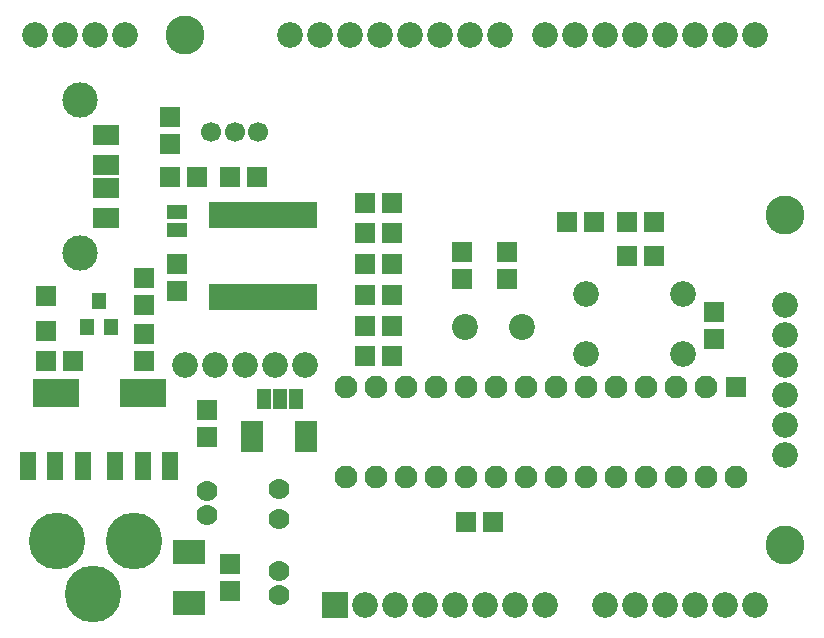
<source format=gbr>
G04 GERBER ASCII OUTPUT FROM: EDWINXP (VER. 1.61 REV. 20080915)*
G04 GERBER FORMAT: RX-274-X*
G04 BOARD: AMICUS_PIC18_MK2*
G04 ARTWORK OF COMP.MASK POSITIVE*
%ASAXBY*%
%FSLAX23Y23*%
%MIA0B0*%
%MOIN*%
%OFA0.0000B0.0000*%
%SFA1B1*%
%IJA0B0*%
%INLAYER1POS*%
%IOA0B0*%
%IPPOS*%
%IR0*%
G04 APERTURE MACROS*
%AMEDWDONUT*
1,1,$1,$2,$3*
1,0,$4,$2,$3*
%
%AMEDWFRECT*
20,1,$1,$2,$3,$4,$5,$6*
%
%AMEDWORECT*
20,1,$1,$2,$3,$4,$5,$10*
20,1,$1,$4,$5,$6,$7,$10*
20,1,$1,$6,$7,$8,$9,$10*
20,1,$1,$8,$9,$2,$3,$10*
1,1,$1,$2,$3*
1,1,$1,$4,$5*
1,1,$1,$6,$7*
1,1,$1,$8,$9*
%
%AMEDWLINER*
20,1,$1,$2,$3,$4,$5,$6*
1,1,$1,$2,$3*
1,1,$1,$4,$5*
%
%AMEDWFTRNG*
4,1,3,$1,$2,$3,$4,$5,$6,$7,$8,$9*
%
%AMEDWATRNG*
4,1,3,$1,$2,$3,$4,$5,$6,$7,$8,$9*
20,1,$11,$1,$2,$3,$4,$10*
20,1,$11,$3,$4,$5,$6,$10*
20,1,$11,$5,$6,$7,$8,$10*
1,1,$11,$3,$4*
1,1,$11,$5,$6*
1,1,$11,$7,$8*
%
%AMEDWOTRNG*
20,1,$1,$2,$3,$4,$5,$8*
20,1,$1,$4,$5,$6,$7,$8*
20,1,$1,$6,$7,$2,$3,$8*
1,1,$1,$2,$3*
1,1,$1,$4,$5*
1,1,$1,$6,$7*
%
G04*
G04 APERTURE LIST*
%ADD10R,0.08661X0.0700*%
%ADD11R,0.11061X0.0940*%
%ADD12R,0.07874X0.0600*%
%ADD13R,0.10274X0.0840*%
%ADD14R,0.0700X0.0650*%
%ADD15R,0.0940X0.0890*%
%ADD16R,0.0600X0.0550*%
%ADD17R,0.0840X0.0790*%
%ADD18R,0.0250X0.0860*%
%ADD19R,0.0490X0.1100*%
%ADD20R,0.0150X0.0750*%
%ADD21R,0.0390X0.0990*%
%ADD22R,0.0700X0.0700*%
%ADD23R,0.0940X0.0940*%
%ADD24R,0.0600X0.0600*%
%ADD25R,0.0840X0.0840*%
%ADD26R,0.0750X0.0250*%
%ADD27R,0.0990X0.0490*%
%ADD28R,0.0700X0.0200*%
%ADD29R,0.0940X0.0440*%
%ADD30R,0.0570X0.0970*%
%ADD31R,0.0810X0.1210*%
%ADD32R,0.0470X0.0870*%
%ADD33R,0.0710X0.1110*%
%ADD34R,0.1520X0.0970*%
%ADD35R,0.1760X0.1210*%
%ADD36R,0.1420X0.0870*%
%ADD37R,0.1660X0.1110*%
%ADD38R,0.0650X0.0700*%
%ADD39R,0.0890X0.0940*%
%ADD40R,0.0550X0.0600*%
%ADD41R,0.0790X0.0840*%
%ADD42R,0.04724X0.06693*%
%ADD43R,0.07124X0.09093*%
%ADD44R,0.03937X0.05906*%
%ADD45R,0.06337X0.08306*%
%ADD46R,0.0500X0.0580*%
%ADD47R,0.0740X0.0820*%
%ADD48R,0.0400X0.0480*%
%ADD49R,0.0640X0.0720*%
%ADD50R,0.0860X0.0860*%
%ADD51R,0.1100X0.1100*%
%ADD52R,0.06693X0.04724*%
%ADD53R,0.09093X0.07124*%
%ADD54R,0.05906X0.03937*%
%ADD55R,0.08306X0.06337*%
%ADD56R,0.07087X0.06693*%
%ADD57R,0.09487X0.09093*%
%ADD58R,0.06299X0.05906*%
%ADD59R,0.08699X0.08306*%
%ADD60R,0.1100X0.0800*%
%ADD61R,0.1340X0.1040*%
%ADD62R,0.1000X0.0700*%
%ADD63R,0.1240X0.0940*%
%ADD64C,0.00039*%
%ADD66C,0.0010*%
%ADD68C,0.00118*%
%ADD70C,0.0020*%
%ADD71R,0.0020X0.0020*%
%ADD72C,0.0030*%
%ADD73R,0.0030X0.0030*%
%ADD74C,0.00394*%
%ADD76C,0.0040*%
%ADD77R,0.0040X0.0040*%
%ADD78C,0.00472*%
%ADD80C,0.0050*%
%ADD81R,0.0050X0.0050*%
%ADD82C,0.00512*%
%ADD83R,0.00512X0.00512*%
%ADD84C,0.00551*%
%ADD85R,0.00551X0.00551*%
%ADD86C,0.00591*%
%ADD87R,0.00591X0.00591*%
%ADD88C,0.00659*%
%ADD89R,0.00659X0.00659*%
%ADD90C,0.00787*%
%ADD91R,0.00787X0.00787*%
%ADD92C,0.00799*%
%ADD94C,0.0080*%
%ADD96C,0.00984*%
%ADD97R,0.00984X0.00984*%
%ADD98C,0.0100*%
%ADD99R,0.0100X0.0100*%
%ADD100C,0.01181*%
%ADD102C,0.0120*%
%ADD104C,0.0120*%
%ADD106C,0.0130*%
%ADD108C,0.01575*%
%ADD110C,0.0160*%
%ADD111R,0.0160X0.0160*%
%ADD112C,0.01698*%
%ADD113R,0.01698X0.01698*%
%ADD114C,0.01797*%
%ADD115R,0.01797X0.01797*%
%ADD116C,0.01895*%
%ADD117R,0.01895X0.01895*%
%ADD118C,0.01969*%
%ADD119R,0.01969X0.01969*%
%ADD120C,0.01994*%
%ADD121R,0.01994X0.01994*%
%ADD122C,0.0200*%
%ADD124C,0.02092*%
%ADD125R,0.02092X0.02092*%
%ADD126C,0.02191*%
%ADD127R,0.02191X0.02191*%
%ADD128C,0.02289*%
%ADD129R,0.02289X0.02289*%
%ADD130C,0.02362*%
%ADD131R,0.02362X0.02362*%
%ADD132C,0.02387*%
%ADD133R,0.02387X0.02387*%
%ADD134C,0.0240*%
%ADD135R,0.0240X0.0240*%
%ADD136C,0.0240*%
%ADD137R,0.0240X0.0240*%
%ADD138C,0.02486*%
%ADD139R,0.02486X0.02486*%
%ADD140C,0.0250*%
%ADD141R,0.0250X0.0250*%
%ADD142C,0.02584*%
%ADD143R,0.02584X0.02584*%
%ADD144C,0.02683*%
%ADD145R,0.02683X0.02683*%
%ADD146C,0.02781*%
%ADD147R,0.02781X0.02781*%
%ADD148C,0.02794*%
%ADD150C,0.0288*%
%ADD151R,0.0288X0.0288*%
%ADD152C,0.0290*%
%ADD154C,0.02912*%
%ADD155R,0.02912X0.02912*%
%ADD156C,0.02951*%
%ADD157R,0.02951X0.02951*%
%ADD158C,0.02978*%
%ADD159R,0.02978X0.02978*%
%ADD160C,0.02991*%
%ADD161R,0.02991X0.02991*%
%ADD162C,0.0300*%
%ADD163R,0.0300X0.0300*%
%ADD164C,0.03059*%
%ADD165R,0.03059X0.03059*%
%ADD166C,0.03076*%
%ADD167R,0.03076X0.03076*%
%ADD168C,0.03175*%
%ADD169R,0.03175X0.03175*%
%ADD170C,0.03199*%
%ADD171R,0.03199X0.03199*%
%ADD172C,0.0320*%
%ADD173R,0.0320X0.0320*%
%ADD174C,0.03273*%
%ADD175R,0.03273X0.03273*%
%ADD176C,0.03372*%
%ADD177R,0.03372X0.03372*%
%ADD178C,0.0347*%
%ADD179R,0.0347X0.0347*%
%ADD180C,0.0350*%
%ADD181R,0.0350X0.0350*%
%ADD182C,0.03569*%
%ADD183R,0.03569X0.03569*%
%ADD184C,0.03581*%
%ADD186C,0.0360*%
%ADD188C,0.03667*%
%ADD189R,0.03667X0.03667*%
%ADD190C,0.0370*%
%ADD192C,0.03937*%
%ADD193R,0.03937X0.03937*%
%ADD194C,0.03962*%
%ADD195R,0.03962X0.03962*%
%ADD196C,0.03975*%
%ADD198C,0.0400*%
%ADD199R,0.0400X0.0400*%
%ADD200C,0.04061*%
%ADD201R,0.04061X0.04061*%
%ADD202C,0.04159*%
%ADD203R,0.04159X0.04159*%
%ADD204C,0.04173*%
%ADD205R,0.04173X0.04173*%
%ADD206C,0.04356*%
%ADD207R,0.04356X0.04356*%
%ADD208C,0.0440*%
%ADD210C,0.0450*%
%ADD211R,0.0450X0.0450*%
%ADD212C,0.04724*%
%ADD213R,0.04724X0.04724*%
%ADD214C,0.0475*%
%ADD215R,0.0475X0.0475*%
%ADD216C,0.0490*%
%ADD217R,0.0490X0.0490*%
%ADD218C,0.0500*%
%ADD219R,0.0500X0.0500*%
%ADD220C,0.05118*%
%ADD221R,0.05118X0.05118*%
%ADD222C,0.05143*%
%ADD223R,0.05143X0.05143*%
%ADD224C,0.05537*%
%ADD225R,0.05537X0.05537*%
%ADD226C,0.0560*%
%ADD227R,0.0560X0.0560*%
%ADD228C,0.0590*%
%ADD229R,0.0590X0.0590*%
%ADD230C,0.05906*%
%ADD231R,0.05906X0.05906*%
%ADD232C,0.05931*%
%ADD233R,0.05931X0.05931*%
%ADD234C,0.0600*%
%ADD235R,0.0600X0.0600*%
%ADD236C,0.06181*%
%ADD238C,0.0620*%
%ADD240C,0.06201*%
%ADD242C,0.06337*%
%ADD243R,0.06337X0.06337*%
%ADD244C,0.0650*%
%ADD245R,0.0650X0.0650*%
%ADD246C,0.06693*%
%ADD247R,0.06693X0.06693*%
%ADD248C,0.06718*%
%ADD249R,0.06718X0.06718*%
%ADD250C,0.0690*%
%ADD251R,0.0690X0.0690*%
%ADD252C,0.06906*%
%ADD253R,0.06906X0.06906*%
%ADD254C,0.06969*%
%ADD255R,0.06969X0.06969*%
%ADD256C,0.0700*%
%ADD257R,0.0700X0.0700*%
%ADD258C,0.07087*%
%ADD259R,0.07087X0.07087*%
%ADD260C,0.0740*%
%ADD262C,0.0750*%
%ADD263R,0.0750X0.0750*%
%ADD264C,0.07598*%
%ADD266C,0.0760*%
%ADD268C,0.07874*%
%ADD269R,0.07874X0.07874*%
%ADD270C,0.0800*%
%ADD271R,0.0800X0.0800*%
%ADD272C,0.08268*%
%ADD273R,0.08268X0.08268*%
%ADD274C,0.08306*%
%ADD275R,0.08306X0.08306*%
%ADD276C,0.0840*%
%ADD277R,0.0840X0.0840*%
%ADD278C,0.08581*%
%ADD280C,0.08598*%
%ADD282C,0.0860*%
%ADD283R,0.0860X0.0860*%
%ADD284C,0.08601*%
%ADD286C,0.08661*%
%ADD287R,0.08661X0.08661*%
%ADD288C,0.0890*%
%ADD289R,0.0890X0.0890*%
%ADD290C,0.0900*%
%ADD291R,0.0900X0.0900*%
%ADD292C,0.09093*%
%ADD293R,0.09093X0.09093*%
%ADD294C,0.09369*%
%ADD295R,0.09369X0.09369*%
%ADD296C,0.0940*%
%ADD297R,0.0940X0.0940*%
%ADD298C,0.09843*%
%ADD299R,0.09843X0.09843*%
%ADD300C,0.0990*%
%ADD301R,0.0990X0.0990*%
%ADD302C,0.09998*%
%ADD304C,0.1000*%
%ADD306C,0.10274*%
%ADD307R,0.10274X0.10274*%
%ADD308C,0.1040*%
%ADD309R,0.1040X0.1040*%
%ADD310C,0.1063*%
%ADD312C,0.10668*%
%ADD313R,0.10668X0.10668*%
%ADD314C,0.10998*%
%ADD316C,0.1100*%
%ADD317R,0.1100X0.1100*%
%ADD318C,0.11024*%
%ADD320C,0.11061*%
%ADD321R,0.11061X0.11061*%
%ADD322C,0.1120*%
%ADD323R,0.1120X0.1120*%
%ADD324C,0.1140*%
%ADD325R,0.1140X0.1140*%
%ADD326C,0.11417*%
%ADD327R,0.11417X0.11417*%
%ADD328C,0.1150*%
%ADD329R,0.1150X0.1150*%
%ADD330C,0.11811*%
%ADD332C,0.1200*%
%ADD333R,0.1200X0.1200*%
%ADD334C,0.1250*%
%ADD335R,0.1250X0.1250*%
%ADD336C,0.12992*%
%ADD337R,0.12992X0.12992*%
%ADD338C,0.1300*%
%ADD339R,0.1300X0.1300*%
%ADD340C,0.1390*%
%ADD341R,0.1390X0.1390*%
%ADD342C,0.1440*%
%ADD343R,0.1440X0.1440*%
%ADD344C,0.14567*%
%ADD345R,0.14567X0.14567*%
%ADD346C,0.1490*%
%ADD347R,0.1490X0.1490*%
%ADD348C,0.15354*%
%ADD349R,0.15354X0.15354*%
%ADD350C,0.15374*%
%ADD351R,0.15374X0.15374*%
%ADD352C,0.1540*%
%ADD353R,0.1540X0.1540*%
%ADD354C,0.17323*%
%ADD356C,0.17774*%
%ADD357R,0.17774X0.17774*%
%ADD358C,0.18504*%
%ADD360C,0.18898*%
%ADD362C,0.20904*%
%ADD364C,0.2126*%
%ADD366C,0.21298*%
%ADD368C,0.22835*%
%ADD371R,0.23622X0.23622*%
%ADD373R,0.24937X0.24937*%
%ADD375R,0.26022X0.26022*%
%ADD377R,0.27337X0.27337*%
%ADD379R,0.31496X0.31496*%
%ADD381R,0.32811X0.32811*%
%ADD383R,0.33896X0.33896*%
%ADD385R,0.35211X0.35211*%
%ADD386C,0.45211*%
%ADD387R,0.45211X0.45211*%
%ADD388C,0.55211*%
%ADD389R,0.55211X0.55211*%
%ADD390C,0.65211*%
%ADD391R,0.65211X0.65211*%
%ADD392C,0.75211*%
%ADD393R,0.75211X0.75211*%
%ADD394C,0.85211*%
%ADD395R,0.85211X0.85211*%
%ADD396C,0.95211*%
%ADD397R,0.95211X0.95211*%
%ADD398C,1.05211*%
%ADD399R,1.05211X1.05211*%
%ADD400C,1.15211*%
%ADD401R,1.15211X1.15211*%
%ADD402C,1.25211*%
%ADD403R,1.25211X1.25211*%
%ADD404C,1.35211*%
%ADD405R,1.35211X1.35211*%
%ADD406C,1.45211*%
%ADD407R,1.45211X1.45211*%
%ADD408C,1.55211*%
%ADD409R,1.55211X1.55211*%
%ADD410C,1.65211*%
%ADD411R,1.65211X1.65211*%
%ADD412C,1.75211*%
%ADD413R,1.75211X1.75211*%
%ADD414C,1.85211*%
%ADD415R,1.85211X1.85211*%
%ADD416C,1.95211*%
%ADD417R,1.95211X1.95211*%
G04*
D10* 
X338Y1665D02*D03*
X338Y1565D02*D03*
X338Y1490D02*D03*
X338Y1390D02*D03*
D330*
X252Y1272D02*D03*
X252Y1783D02*D03*
D14* 
X1291Y929D02*D03*
X1201Y929D02*D03*
D360*
X431Y313D02*D03*
X293Y135D02*D03*
X175Y313D02*D03*
D18* 
X693Y1125D02*D03*
X718Y1125D02*D03*
X744Y1125D02*D03*
X770Y1125D02*D03*
X795Y1125D02*D03*
X821Y1125D02*D03*
X846Y1125D02*D03*
X872Y1125D02*D03*
X898Y1125D02*D03*
X923Y1125D02*D03*
X949Y1125D02*D03*
X974Y1125D02*D03*
X1000Y1125D02*D03*
X1026Y1125D02*D03*
X1026Y1400D02*D03*
X1000Y1400D02*D03*
X974Y1400D02*D03*
X949Y1400D02*D03*
X923Y1400D02*D03*
X898Y1400D02*D03*
X872Y1400D02*D03*
X846Y1400D02*D03*
X821Y1400D02*D03*
X795Y1400D02*D03*
X770Y1400D02*D03*
X744Y1400D02*D03*
X718Y1400D02*D03*
X693Y1400D02*D03*
D338*
X2600Y1400D02*D03*
X600Y2000D02*D03*
X2600Y300D02*D03*
D22* 
X2438Y825D02*D03*
D266*
X2338Y825D02*D03*
X2238Y825D02*D03*
X2138Y825D02*D03*
X2038Y825D02*D03*
X1938Y825D02*D03*
X1838Y825D02*D03*
X1738Y825D02*D03*
X1638Y825D02*D03*
X1538Y825D02*D03*
X1438Y825D02*D03*
X1338Y825D02*D03*
X1238Y825D02*D03*
X1138Y825D02*D03*
X1138Y525D02*D03*
X1238Y525D02*D03*
X1338Y525D02*D03*
X1438Y525D02*D03*
X1538Y525D02*D03*
X1638Y525D02*D03*
X1738Y525D02*D03*
X1838Y525D02*D03*
X1938Y525D02*D03*
X2038Y525D02*D03*
X2138Y525D02*D03*
X2238Y525D02*D03*
X2338Y525D02*D03*
X2438Y525D02*D03*
D282*
X2600Y600D02*D03*
X2600Y700D02*D03*
X2600Y800D02*D03*
X2600Y900D02*D03*
X2600Y1000D02*D03*
X2600Y1100D02*D03*
X2000Y100D02*D03*
X2100Y100D02*D03*
X2200Y100D02*D03*
X2300Y100D02*D03*
X2400Y100D02*D03*
X2500Y100D02*D03*
X950Y2000D02*D03*
X1050Y2000D02*D03*
X1150Y2000D02*D03*
X1250Y2000D02*D03*
X1350Y2000D02*D03*
X1450Y2000D02*D03*
X1550Y2000D02*D03*
X1650Y2000D02*D03*
X1300Y100D02*D03*
X1400Y100D02*D03*
X1500Y100D02*D03*
X1600Y100D02*D03*
X1700Y100D02*D03*
X1800Y100D02*D03*
X1800Y2000D02*D03*
X1900Y2000D02*D03*
X2000Y2000D02*D03*
X2100Y2000D02*D03*
X2200Y2000D02*D03*
X2300Y2000D02*D03*
X2400Y2000D02*D03*
X2500Y2000D02*D03*
D286*
X1725Y1025D02*D03*
X1533Y1025D02*D03*
D26* 
X825Y700D02*D03*
X825Y674D02*D03*
X825Y649D02*D03*
X825Y623D02*D03*
X1004Y623D02*D03*
X1004Y649D02*D03*
X1004Y674D02*D03*
X1004Y700D02*D03*
D14* 
X1291Y1031D02*D03*
X1201Y1031D02*D03*
D30* 
X369Y562D02*D03*
X460Y562D02*D03*
X551Y562D02*D03*
D34* 
X460Y806D02*D03*
D256*
X913Y486D02*D03*
X913Y388D02*D03*
X675Y479D02*D03*
X675Y400D02*D03*
X913Y213D02*D03*
X913Y134D02*D03*
D14* 
X1963Y1375D02*D03*
X1873Y1375D02*D03*
X1291Y1441D02*D03*
X1201Y1441D02*D03*
X1291Y1134D02*D03*
X1201Y1134D02*D03*
X2163Y1263D02*D03*
X2073Y1263D02*D03*
D38* 
X463Y1003D02*D03*
X463Y913D02*D03*
D14* 
X1201Y1236D02*D03*
X1291Y1236D02*D03*
X1201Y1339D02*D03*
X1291Y1339D02*D03*
X2163Y1375D02*D03*
X2073Y1375D02*D03*
D280*
X2262Y938D02*D03*
X2262Y1138D02*D03*
X1938Y1138D02*D03*
X1938Y938D02*D03*
D42* 
X863Y788D02*D03*
X917Y788D02*D03*
X971Y788D02*D03*
D46* 
X273Y1025D02*D03*
X353Y1025D02*D03*
X313Y1113D02*D03*
D50* 
X1100Y100D02*D03*
D282*
X1200Y100D02*D03*
D30* 
X78Y562D02*D03*
X169Y562D02*D03*
X260Y562D02*D03*
D34* 
X170Y806D02*D03*
D38* 
X2363Y1078D02*D03*
X2363Y988D02*D03*
D14* 
X840Y1525D02*D03*
X750Y1525D02*D03*
X550Y1525D02*D03*
X640Y1525D02*D03*
X138Y913D02*D03*
X228Y913D02*D03*
D38* 
X550Y1638D02*D03*
X550Y1728D02*D03*
X1675Y1188D02*D03*
X1675Y1278D02*D03*
X1525Y1188D02*D03*
X1525Y1278D02*D03*
D14* 
X1628Y375D02*D03*
X1538Y375D02*D03*
D38* 
X750Y238D02*D03*
X750Y148D02*D03*
D282*
X600Y900D02*D03*
X700Y900D02*D03*
X800Y900D02*D03*
X900Y900D02*D03*
X1000Y900D02*D03*
D52* 
X575Y1350D02*D03*
X575Y1409D02*D03*
D38* 
X463Y1100D02*D03*
X463Y1190D02*D03*
D56* 
X138Y1131D02*D03*
X138Y1013D02*D03*
D38* 
X575Y1148D02*D03*
X575Y1238D02*D03*
D246*
X845Y1675D02*D03*
X766Y1675D02*D03*
X688Y1675D02*D03*
D60* 
X613Y275D02*D03*
X613Y108D02*D03*
D38* 
X675Y750D02*D03*
X675Y660D02*D03*
D282*
X100Y2000D02*D03*
X200Y2000D02*D03*
X300Y2000D02*D03*
X400Y2000D02*D03*
M02*

</source>
